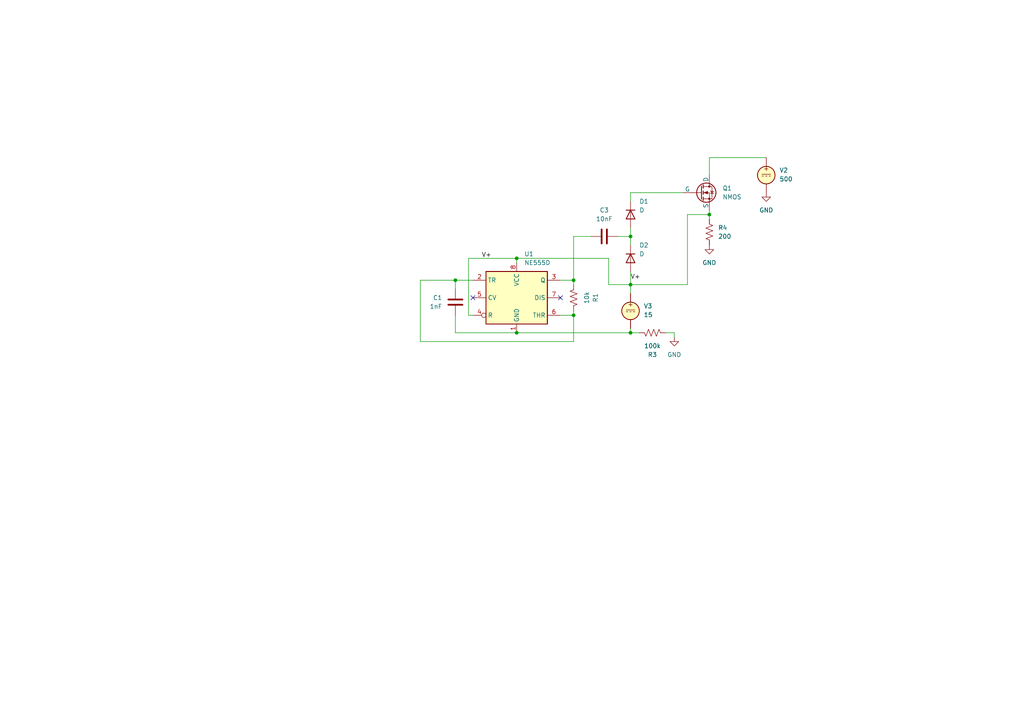
<source format=kicad_sch>
(kicad_sch (version 20231120) (generator "eeschema") (generator_version "8.0")
  (paper "A4")
  (lib_symbols
    (symbol "Device:C" (pin_numbers hide) (pin_names (offset 0.254))
      (property "Reference" "C" (at 0.635 2.54 0))
      (property "Value" "C" (at 0.635 -2.54 0))
      (symbol "C_0_1"
        (polyline (pts (xy -2.032 -0.762) (xy 2.032 -0.762)) (stroke (width 0.508)))
        (polyline (pts (xy -2.032 0.762) (xy 2.032 0.762)) (stroke (width 0.508)))
      )
      (symbol "C_1_1"
        (pin passive line (at 0 3.81 270) (length 2.794) (name "~") (number "1"))
        (pin passive line (at 0 -3.81 90) (length 2.794) (name "~") (number "2"))
      )
    )
    (symbol "Device:R_US" (pin_numbers hide) (pin_names (offset 0))
      (property "Reference" "R" (at 2.54 0 90))
      (property "Value" "R_US" (at -2.54 0 90))
      (symbol "R_US_0_1"
        (polyline (pts (xy 0 -2.286) (xy 0 -2.54)))
        (polyline (pts (xy 0 2.286) (xy 0 2.54)))
        (polyline (pts (xy 0 -0.762) (xy 1.016 -1.143) (xy 0 -1.524) (xy -1.016 -1.905) (xy 0 -2.286)))
        (polyline (pts (xy 0 0.762) (xy 1.016 0.381) (xy 0 0) (xy -1.016 -0.381) (xy 0 -0.762)))
        (polyline (pts (xy 0 2.286) (xy 1.016 1.905) (xy 0 1.524) (xy -1.016 1.143) (xy 0 0.762)))
      )
      (symbol "R_US_1_1"
        (pin passive line (at 0 3.81 270) (length 1.27) (name "~") (number "1"))
        (pin passive line (at 0 -3.81 90) (length 1.27) (name "~") (number "2"))
      )
    )
    (symbol "Simulation_SPICE:D" (pin_numbers hide) (pin_names (offset 1.016) hide)
      (property "Reference" "D" (at 0 2.54 0))
      (property "Value" "D" (at 0 -2.54 0))
      (property "Sim.Device" "D" (at 0 0 0))
      (property "Sim.Pins" "1=K 2=A" (at 0 0 0))
      (symbol "D_0_1"
        (polyline (pts (xy -1.27 1.27) (xy -1.27 -1.27)) (stroke (width 0.254)))
        (polyline (pts (xy 1.27 0) (xy -1.27 0)))
        (polyline (pts (xy 1.27 1.27) (xy 1.27 -1.27) (xy -1.27 0) (xy 1.27 1.27)) (stroke (width 0.254)))
      )
      (symbol "D_1_1"
        (pin passive line (at -3.81 0 0) (length 2.54) (name "K") (number "1"))
        (pin passive line (at 3.81 0 180) (length 2.54) (name "A") (number "2"))
      )
    )
    (symbol "Simulation_SPICE:NMOS" (pin_numbers hide) (pin_names (offset 0))
      (property "Reference" "Q" (at 5.08 1.27 0))
      (property "Value" "NMOS" (at 5.08 -1.27 0))
      (symbol "NMOS_0_1"
        (polyline (pts (xy 0.254 0) (xy -2.54 0)))
        (polyline (pts (xy 0.254 1.905) (xy 0.254 -1.905)) (stroke (width 0.254)))
        (polyline (pts (xy 0.762 -1.27) (xy 0.762 -2.286)) (stroke (width 0.254)))
        (polyline (pts (xy 0.762 0.508) (xy 0.762 -0.508)) (stroke (width 0.254)))
        (polyline (pts (xy 0.762 2.286) (xy 0.762 1.27)) (stroke (width 0.254)))
        (polyline (pts (xy 2.54 2.54) (xy 2.54 1.778)))
        (polyline (pts (xy 2.54 -2.54) (xy 2.54 0) (xy 0.762 0)))
        (polyline (pts (xy 0.762 -1.778) (xy 3.302 -1.778) (xy 3.302 1.778) (xy 0.762 1.778)))
        (polyline (pts (xy 1.016 0) (xy 2.032 0.381) (xy 2.032 -0.381) (xy 1.016 0)) (fill (type outline)))
        (polyline (pts (xy 2.794 0.508) (xy 2.921 0.381) (xy 3.683 0.381) (xy 3.81 0.254)))
        (polyline (pts (xy 3.302 0.381) (xy 2.921 -0.254) (xy 3.683 -0.254) (xy 3.302 0.381)))
        (circle (center 1.651 0) (radius 2.794) (stroke (width 0.254)))
        (circle (center 2.54 -1.778) (radius 0.254) (fill (type outline)))
        (circle (center 2.54 1.778) (radius 0.254) (fill (type outline)))
      )
      (symbol "NMOS_1_1"
        (pin passive line (at 2.54 5.08 270) (length 2.54) (name "D") (number "1"))
        (pin input line (at -5.08 0 0) (length 2.54) (name "G") (number "2"))
        (pin passive line (at 2.54 -5.08 90) (length 2.54) (name "S") (number "3"))
      )
    )
    (symbol "Simulation_SPICE:VDC" (pin_numbers hide) (pin_names (offset 0.0254))
      (property "Reference" "V" (at 2.54 2.54 0))
      (property "Value" "1" (at 2.54 0 0))
      (symbol "VDC_0_0"
        (polyline (pts (xy -1.27 0.254) (xy 1.27 0.254)))
        (polyline (pts (xy -0.762 -0.254) (xy -1.27 -0.254)))
        (polyline (pts (xy 0.254 -0.254) (xy -0.254 -0.254)))
        (polyline (pts (xy 1.27 -0.254) (xy 0.762 -0.254)))
        (text "+" (at 0 1.905 0) (effects (font (size 1.27 1.27))))
      )
      (symbol "VDC_0_1"
        (circle (center 0 0) (radius 2.54) (stroke (width 0.254)) (fill (type background)))
      )
      (symbol "VDC_1_1"
        (pin passive line (at 0 5.08 270) (length 2.54) (name "~") (number "1"))
        (pin passive line (at 0 -5.08 90) (length 2.54) (name "~") (number "2"))
      )
    )
    (symbol "Timer:NE555D"
      (property "Reference" "U" (at -10.16 8.89 0))
      (property "Value" "NE555D" (at 2.54 8.89 0))
      (symbol "NE555D_0_0"
        (pin power_in line (at 0 -10.16 90) (length 2.54) (name "GND") (number "1"))
        (pin power_in line (at 0 10.16 270) (length 2.54) (name "VCC") (number "8"))
      )
      (symbol "NE555D_0_1"
        (rectangle (start -8.89 -7.62) (end 8.89 7.62) (stroke (width 0.254)) (fill (type background)))
        (rectangle (start -8.89 -7.62) (end 8.89 7.62) (stroke (width 0.254)) (fill (type background)))
      )
      (symbol "NE555D_1_1"
        (pin input line (at -12.7 5.08 0) (length 3.81) (name "TR") (number "2"))
        (pin output line (at 12.7 5.08 180) (length 3.81) (name "Q") (number "3"))
        (pin input inverted (at -12.7 -5.08 0) (length 3.81) (name "R") (number "4"))
        (pin input line (at -12.7 0 0) (length 3.81) (name "CV") (number "5"))
        (pin input line (at 12.7 -5.08 180) (length 3.81) (name "THR") (number "6"))
        (pin input line (at 12.7 0 180) (length 3.81) (name "DIS") (number "7"))
      )
    )
    (symbol "power:GND" (power) (pin_names (offset 0))
      (property "Value" "GND" (at 0 -3.81 0))
      (symbol "GND_0_1"
        (polyline (pts (xy 0 0) (xy 0 -1.27) (xy 1.27 -1.27) (xy 0 -2.54) (xy -1.27 -1.27) (xy 0 -1.27)))
      )
      (symbol "GND_1_1"
        (pin power_in line (at 0 0 270) (length 0) hide (name "GND") (number "1"))
      )
    )
  )
  (junction (at 132.08 81.28))
  (junction (at 149.86 74.93))
  (junction (at 182.88 96.52))
  (junction (at 182.88 82.55))
  (junction (at 166.37 81.28))
  (junction (at 205.74 62.23))
  (junction (at 149.86 96.52))
  (junction (at 166.37 91.44))
  (junction (at 182.88 68.58))
  (no_connect (at 137.16 86.36))
  (no_connect (at 162.56 86.36))
  (wire (pts (xy 132.08 91.44) (xy 132.08 96.52)))
  (wire (pts (xy 182.88 55.88) (xy 198.12 55.88)))
  (wire (pts (xy 182.88 55.88) (xy 182.88 58.42)))
  (wire (pts (xy 166.37 68.58) (xy 166.37 81.28)))
  (wire (pts (xy 182.88 96.52) (xy 182.88 95.25)))
  (wire (pts (xy 182.88 68.58) (xy 182.88 71.12)))
  (wire (pts (xy 149.86 96.52) (xy 182.88 96.52)))
  (wire (pts (xy 179.07 68.58) (xy 182.88 68.58)))
  (wire (pts (xy 199.39 82.55) (xy 199.39 62.23)))
  (wire (pts (xy 149.86 74.93) (xy 149.86 76.2)))
  (wire (pts (xy 135.89 74.93) (xy 149.86 74.93)))
  (wire (pts (xy 176.53 74.93) (xy 176.53 82.55)))
  (wire (pts (xy 166.37 90.17) (xy 166.37 91.44)))
  (wire (pts (xy 193.04 96.52) (xy 195.58 96.52)))
  (wire (pts (xy 182.88 82.55) (xy 182.88 85.09)))
  (wire (pts (xy 132.08 81.28) (xy 137.16 81.28)))
  (wire (pts (xy 205.74 62.23) (xy 205.74 63.5)))
  (wire (pts (xy 135.89 91.44) (xy 135.89 74.93)))
  (wire (pts (xy 182.88 82.55) (xy 199.39 82.55)))
  (wire (pts (xy 195.58 96.52) (xy 195.58 97.79)))
  (wire (pts (xy 121.92 81.28) (xy 132.08 81.28)))
  (wire (pts (xy 199.39 62.23) (xy 205.74 62.23)))
  (wire (pts (xy 171.45 68.58) (xy 166.37 68.58)))
  (wire (pts (xy 166.37 91.44) (xy 166.37 99.06)))
  (wire (pts (xy 205.74 45.72) (xy 205.74 50.8)))
  (wire (pts (xy 166.37 82.55) (xy 166.37 81.28)))
  (wire (pts (xy 132.08 81.28) (xy 132.08 83.82)))
  (wire (pts (xy 185.42 96.52) (xy 182.88 96.52)))
  (wire (pts (xy 166.37 81.28) (xy 162.56 81.28)))
  (wire (pts (xy 121.92 99.06) (xy 121.92 81.28)))
  (wire (pts (xy 176.53 82.55) (xy 182.88 82.55)))
  (wire (pts (xy 137.16 91.44) (xy 135.89 91.44)))
  (wire (pts (xy 182.88 68.58) (xy 182.88 66.04)))
  (wire (pts (xy 121.92 99.06) (xy 166.37 99.06)))
  (wire (pts (xy 182.88 78.74) (xy 182.88 82.55)))
  (wire (pts (xy 205.74 60.96) (xy 205.74 62.23)))
  (wire (pts (xy 166.37 91.44) (xy 162.56 91.44)))
  (wire (pts (xy 149.86 74.93) (xy 176.53 74.93)))
  (wire (pts (xy 222.25 45.72) (xy 205.74 45.72)))
  (wire (pts (xy 132.08 96.52) (xy 149.86 96.52)))
  (label "V+" (at 139.7 74.93 0))
  (label "V+" (at 182.88 81.28 0))
  (symbol (lib_id "Simulation_SPICE:VDC") (at 222.25 50.8 0) (unit 1)
    (property "Reference" "V2" (at 226.06 49.4001 0) (effects (justify left)))
    (property "Value" "500" (at 226.06 51.9401 0) (effects (justify left)))
    (property "Datasheet" "https://ngspice.sourceforge.io/docs/ngspice-html-manual/manual.xhtml#sec_Independent_Sources_for" (effects (hide yes)))
    (property "Description" "Voltage source, DC" (effects (hide yes)))
    (property "Sim.Pins" "1=+ 2=-" (effects (hide yes)))
    (property "Sim.Type" "DC" (effects (hide yes)))
    (property "Sim.Device" "V" (effects (hide yes)))
  )
  (symbol (lib_id "Timer:NE555D") (at 149.86 86.36 0) (unit 1)
    (property "Reference" "U1" (at 152.0541 73.66 0) (effects (justify left)))
    (property "Value" "NE555D" (at 152.0541 76.2 0) (effects (justify left)))
    (property "Footprint" "Package_SO:SOIC-8_3.9x4.9mm_P1.27mm" (effects (hide yes)))
    (property "Datasheet" "http://www.ti.com/lit/ds/symlink/ne555.pdf" (effects (hide yes)))
    (property "Description" "Precision Timers, 555 compatible, SOIC-8" (effects (hide yes)))
    (property "Sim.Library" "uA555.sub" (effects (hide yes)))
    (property "Sim.Name" "UA555" (effects (hide yes)))
    (property "Sim.Device" "SUBCKT" (effects (hide yes)))
    (property "Sim.Pins" "1=1 2=2 3=3 4=4 5=5 6=6 7=7 8=8" (effects (hide yes)))
  )
  (symbol (lib_id "Device:R_US") (at 205.74 67.31 0) (unit 1)
    (property "Reference" "R4" (at 208.28 66.0399 0) (effects (justify left)))
    (property "Value" "200" (at 208.28 68.5799 0) (effects (justify left)))
    (property "Description" "Resistor, US symbol" (effects (hide yes)))
  )
  (symbol (lib_id "Simulation_SPICE:D") (at 182.88 62.23 270) (unit 1)
    (property "Reference" "D1" (at 185.42 58.4199 90) (effects (justify left)))
    (property "Value" "D" (at 185.42 60.9599 90) (effects (justify left)))
    (property "Datasheet" "https://ngspice.sourceforge.io/docs/ngspice-html-manual/manual.xhtml#cha_DIODEs" (effects (hide yes)))
    (property "Description" "Diode for simulation or PCB" (effects (hide yes)))
    (property "Sim.Device" "D" (effects (hide yes)))
    (property "Sim.Pins" "1=K 2=A" (effects (hide yes)))
  )
  (symbol (lib_id "Simulation_SPICE:VDC") (at 182.88 90.17 0) (unit 1)
    (property "Reference" "V3" (at 186.69 88.7701 0) (effects (justify left)))
    (property "Value" "15" (at 186.69 91.3101 0) (effects (justify left)))
    (property "Datasheet" "https://ngspice.sourceforge.io/docs/ngspice-html-manual/manual.xhtml#sec_Independent_Sources_for" (effects (hide yes)))
    (property "Description" "Voltage source, DC" (effects (hide yes)))
    (property "Sim.Pins" "1=+ 2=-" (effects (hide yes)))
    (property "Sim.Type" "DC" (effects (hide yes)))
    (property "Sim.Device" "V" (effects (hide yes)))
  )
  (symbol (lib_id "Simulation_SPICE:NMOS") (at 203.2 55.88 0) (unit 1)
    (property "Reference" "Q1" (at 209.55 54.6099 0) (effects (justify left)))
    (property "Value" "NMOS" (at 209.55 57.1499 0) (effects (justify left)))
    (property "Datasheet" "https://ngspice.sourceforge.io/docs/ngspice-html-manual/manual.xhtml#cha_MOSFETs" (effects (hide yes)))
    (property "Description" "N-MOSFET transistor, drain/source/gate" (effects (hide yes)))
    (property "Sim.Device" "NMOS" (effects (hide yes)))
    (property "Sim.Type" "VDMOS" (effects (hide yes)))
    (property "Sim.Pins" "1=D 2=G 3=S" (effects (hide yes)))
  )
  (symbol (lib_id "power:GND") (at 195.58 97.79 0) (unit 1)
    (property "Reference" "#PWR04" (effects (hide yes)))
    (property "Value" "GND" (at 195.58 102.87 0))
    (property "Description" "Power symbol creates a global label with name \"GND\" , ground" (effects (hide yes)))
  )
  (symbol (lib_id "Device:R_US") (at 189.23 96.52 90) (mirror x) (unit 1)
    (property "Reference" "R3" (at 189.23 102.87 90))
    (property "Value" "100k" (at 189.23 100.33 90))
    (property "Description" "Resistor, US symbol" (effects (hide yes)))
  )
  (symbol (lib_id "Device:C") (at 132.08 87.63 0) (unit 1)
    (property "Reference" "C1" (at 128.27 86.3599 0) (effects (justify right)))
    (property "Value" "1nF" (at 128.27 88.8999 0) (effects (justify right)))
    (property "Description" "Unpolarized capacitor" (effects (hide yes)))
  )
  (symbol (lib_id "Simulation_SPICE:D") (at 182.88 74.93 270) (unit 1)
    (property "Reference" "D2" (at 185.42 71.1199 90) (effects (justify left)))
    (property "Value" "D" (at 185.42 73.6599 90) (effects (justify left)))
    (property "Datasheet" "https://ngspice.sourceforge.io/docs/ngspice-html-manual/manual.xhtml#cha_DIODEs" (effects (hide yes)))
    (property "Description" "Diode for simulation or PCB" (effects (hide yes)))
    (property "Sim.Device" "D" (effects (hide yes)))
    (property "Sim.Pins" "1=K 2=A" (effects (hide yes)))
  )
  (symbol (lib_id "Device:R_US") (at 166.37 86.36 0) (mirror x) (unit 1)
    (property "Reference" "R1" (at 172.72 86.36 90))
    (property "Value" "10k" (at 170.18 86.36 90))
    (property "Description" "Resistor, US symbol" (effects (hide yes)))
  )
  (symbol (lib_id "power:GND") (at 205.74 71.12 0) (unit 1)
    (property "Reference" "#PWR07" (effects (hide yes)))
    (property "Value" "GND" (at 205.74 76.2 0))
    (property "Description" "Power symbol creates a global label with name \"GND\" , ground" (effects (hide yes)))
  )
  (symbol (lib_id "power:GND") (at 222.25 55.88 0) (unit 1)
    (property "Reference" "#PWR06" (effects (hide yes)))
    (property "Value" "GND" (at 222.25 60.96 0))
    (property "Description" "Power symbol creates a global label with name \"GND\" , ground" (effects (hide yes)))
  )
  (symbol (lib_id "Device:C") (at 175.26 68.58 90) (mirror x) (unit 1)
    (property "Reference" "C3" (at 175.26 60.96 90))
    (property "Value" "10nF" (at 175.26 63.5 90))
    (property "Description" "Unpolarized capacitor" (effects (hide yes)))
  )
)
</source>
